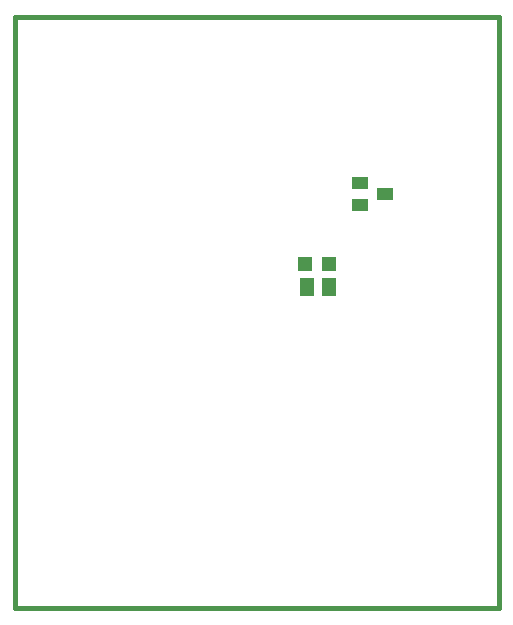
<source format=gtp>
G75*
%MOIN*%
%OFA0B0*%
%FSLAX24Y24*%
%IPPOS*%
%LPD*%
%AMOC8*
5,1,8,0,0,1.08239X$1,22.5*
%
%ADD10C,0.0160*%
%ADD11R,0.0472X0.0472*%
%ADD12R,0.0512X0.0591*%
%ADD13R,0.0551X0.0394*%
D10*
X002057Y000848D02*
X018199Y000848D01*
X018199Y020533D01*
X002057Y020533D01*
X002057Y000848D01*
D11*
X011722Y012304D03*
X012549Y012304D03*
D12*
X012549Y011537D03*
X011801Y011537D03*
D13*
X013553Y014273D03*
X013553Y015021D03*
X014419Y014647D03*
M02*

</source>
